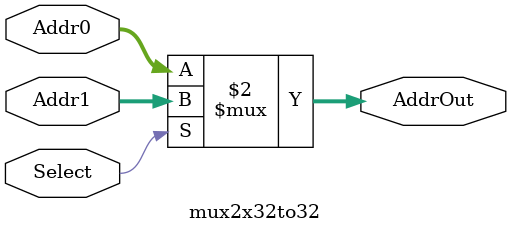
<source format=v>
/* 2-input multiplexor */  

module mux21 (out,a, b, select);

input a,b;
input select;  
output out;
wire s0,w0,w1; 

not (s0, select);
and (w0, s0, a),
(w1, select, b);
or(out, w0, w1); 

endmodule // mux2
 module mux2x5to5( AddrOut,Addr0, Addr1, Select);  
 output [4:0] AddrOut; // Address Out  
 input [4:0] Addr0, Addr1; // Address In 1 and 2  
 input Select;  
 mux21 mux0(AddrOut[0],Addr0[0],Addr1[0],Select);  
 mux21 mux1(AddrOut[1],Addr0[1],Addr1[1],Select);  
 mux21 mux2(AddrOut[2],Addr0[2],Addr1[2],Select);  
 mux21 mux3(AddrOut[3],Addr0[3],Addr1[3],Select);  
 mux21 mux4(AddrOut[4],Addr0[4],Addr1[4],Select);
 endmodule

 module mux2x32to32( AddrOut,Addr0, Addr1, Select);
 output [31:0] AddrOut; // Address Out  
 input [31:0] Addr0, Addr1; // Address In 1 and 2  
 input Select;
//  initial begin
//    if(Select==1'b1)  
//     AddrOut=Addr1;  
//     // begin
//     else if(Select==1'b0)
//     AddrOut=Addr0;
// //$display("%b",AddrOut); end
//  end
 //$display("%b",Addr0);$display("%b",Addr1);
assign AddrOut=(Select==0)?Addr0:Addr1;
 endmodule

</source>
